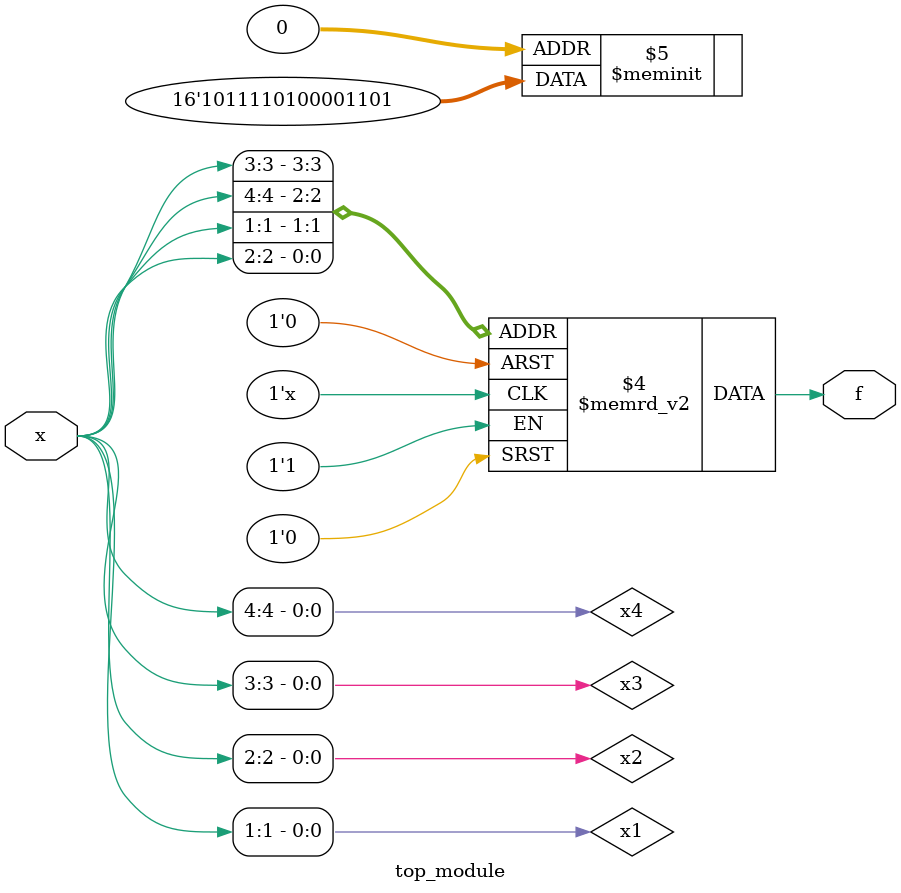
<source format=sv>
module top_module (
	input [4:1] x,
	output logic f
);

// Define internal signals
reg x1;
reg x2;
reg x3;
reg x4;

// Assign values to internal signals
assign x1 = x[1];
assign x2 = x[2];
assign x3 = x[3];
assign x4 = x[4];

// Define truth table for f function
always_comb begin
	case ({x3, x4, x1, x2})
		4'b0000: f = 1;
		4'b0001: f = 0;
		4'b0011: f = 1;
		4'b0010: f = 1;
		4'b0110: f = 0;
		4'b0111: f = 0;
		4'b0101: f = 0;
		4'b0100: f = 0;
		4'b1100: f = 1;
		4'b1101: f = 1;
		4'b1111: f = 1;
		4'b1110: f = 0;
		4'b1010: f = 1;
		4'b1011: f = 1;
		4'b1001: f = 0;
		4'b1000: f = 1;
	endcase
end
// End of module
endmodule

</source>
